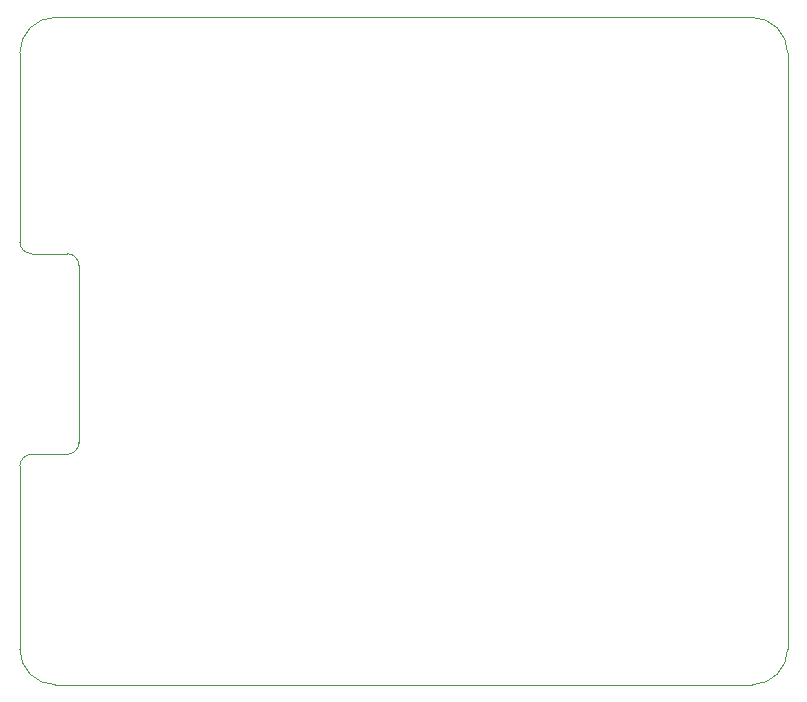
<source format=gbr>
G04 (created by PCBNEW (2013-jul-07)-stable) date Sat 04 Apr 2015 10:28:46 BST*
%MOIN*%
G04 Gerber Fmt 3.4, Leading zero omitted, Abs format*
%FSLAX34Y34*%
G01*
G70*
G90*
G04 APERTURE LIST*
%ADD10C,0.00590551*%
%ADD11C,0.00393701*%
G04 APERTURE END LIST*
G54D10*
G54D11*
X18110Y-29527D02*
X18110Y-35629D01*
X19685Y-29133D02*
X18503Y-29133D01*
X20078Y-28740D02*
X20078Y-22834D01*
X19685Y-22440D02*
X18503Y-22440D01*
X18110Y-15748D02*
X18110Y-22047D01*
X42519Y-14566D02*
X19291Y-14566D01*
X43700Y-15748D02*
X43700Y-35629D01*
X42519Y-36811D02*
X19291Y-36811D01*
X18503Y-29133D02*
G75*
G03X18110Y-29527I0J-393D01*
G74*
G01*
X19685Y-29133D02*
G75*
G03X20078Y-28740I0J393D01*
G74*
G01*
X18110Y-22047D02*
G75*
G03X18503Y-22440I393J0D01*
G74*
G01*
X20078Y-22834D02*
G75*
G03X19685Y-22440I-393J0D01*
G74*
G01*
X18110Y-35629D02*
G75*
G03X19291Y-36811I1181J0D01*
G74*
G01*
X42519Y-36811D02*
G75*
G03X43700Y-35629I0J1181D01*
G74*
G01*
X43700Y-15748D02*
G75*
G03X42519Y-14566I-1181J0D01*
G74*
G01*
X19291Y-14566D02*
G75*
G03X18110Y-15748I0J-1181D01*
G74*
G01*
M02*

</source>
